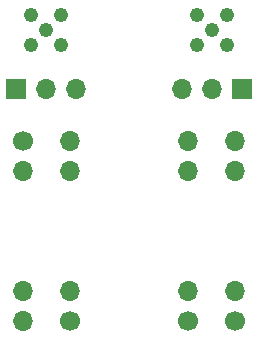
<source format=gbr>
%TF.GenerationSoftware,KiCad,Pcbnew,8.0.9-1.fc41*%
%TF.CreationDate,2025-03-19T11:31:58+02:00*%
%TF.ProjectId,FBK-3mm-TH-Con,46424b2d-336d-46d2-9d54-482d436f6e2e,rev?*%
%TF.SameCoordinates,Original*%
%TF.FileFunction,Copper,L2,Bot*%
%TF.FilePolarity,Positive*%
%FSLAX46Y46*%
G04 Gerber Fmt 4.6, Leading zero omitted, Abs format (unit mm)*
G04 Created by KiCad (PCBNEW 8.0.9-1.fc41) date 2025-03-19 11:31:58*
%MOMM*%
%LPD*%
G01*
G04 APERTURE LIST*
%TA.AperFunction,ComponentPad*%
%ADD10C,1.240000*%
%TD*%
%TA.AperFunction,ComponentPad*%
%ADD11R,1.700000X1.700000*%
%TD*%
%TA.AperFunction,ComponentPad*%
%ADD12O,1.700000X1.700000*%
%TD*%
%TA.AperFunction,ComponentPad*%
%ADD13C,1.700000*%
%TD*%
G04 APERTURE END LIST*
D10*
%TO.P,J-PWR-2,1,Pin_1*%
%TO.N,HV+*%
X143000000Y-83000000D03*
%TO.P,J-PWR-2,2,Pin_2*%
%TO.N,GND*%
X141730000Y-81730000D03*
X141730000Y-84270000D03*
X144270000Y-81730000D03*
X144270000Y-84270000D03*
%TD*%
D11*
%TO.P,J-SIG1,1,Pin_1*%
%TO.N,SIG*%
X159540000Y-88000000D03*
D12*
%TO.P,J-SIG1,2,Pin_2*%
%TO.N,unconnected-(J-SIG1-Pin_2-Pad2)*%
X157000000Y-88000000D03*
%TO.P,J-SIG1,3,Pin_3*%
%TO.N,GND*%
X154460000Y-88000000D03*
%TD*%
D13*
%TO.P,C1,1,+*%
%TO.N,Net-(C1-+)*%
X145000000Y-107620000D03*
D12*
X145000000Y-105080000D03*
%TO.P,C1,2,-*%
%TO.N,GND*%
X145000000Y-94920000D03*
X145000000Y-92380000D03*
%TD*%
D13*
%TO.P,R1,1,+*%
%TO.N,HV+*%
X141000000Y-92380000D03*
D12*
X141000000Y-94920000D03*
%TO.P,R1,2,-*%
%TO.N,Net-(C1-+)*%
X141000000Y-105080000D03*
X141000000Y-107620000D03*
%TD*%
D11*
%TO.P,J-PWR1,1,Pin_1*%
%TO.N,HV+*%
X140460000Y-88000000D03*
D12*
%TO.P,J-PWR1,2,Pin_2*%
%TO.N,unconnected-(J-PWR1-Pin_2-Pad2)*%
X143000000Y-88000000D03*
%TO.P,J-PWR1,3,Pin_3*%
%TO.N,GND*%
X145540000Y-88000000D03*
%TD*%
D13*
%TO.P,R2,1,+*%
%TO.N,Net-(C2-+)*%
X155000000Y-107620000D03*
D12*
X155000000Y-105080000D03*
%TO.P,R2,2,-*%
%TO.N,GND*%
X155000000Y-94920000D03*
X155000000Y-92380000D03*
%TD*%
D10*
%TO.P,J-SIG-2,1,Pin_1*%
%TO.N,SIG*%
X157000000Y-83000000D03*
%TO.P,J-SIG-2,2,Pin_2*%
%TO.N,GND*%
X155730000Y-81730000D03*
X155730000Y-84270000D03*
X158270000Y-81730000D03*
X158270000Y-84270000D03*
%TD*%
D13*
%TO.P,C2,1,+*%
%TO.N,Net-(C2-+)*%
X159000000Y-107620000D03*
D12*
X159000000Y-105080000D03*
%TO.P,C2,2,-*%
%TO.N,SIG*%
X159000000Y-94920000D03*
X159000000Y-92380000D03*
%TD*%
M02*

</source>
